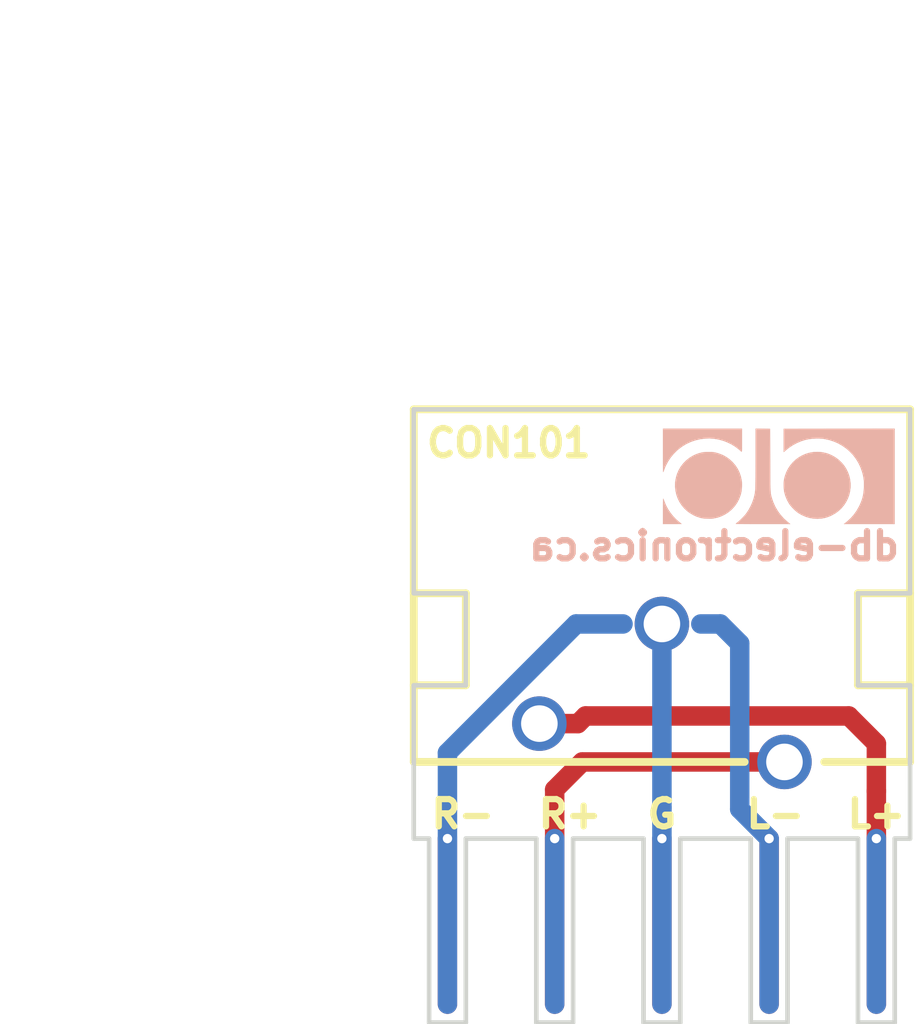
<source format=kicad_pcb>
(kicad_pcb (version 4) (host pcbnew 4.0.7)

  (general
    (links 0)
    (no_connects 0)
    (area 131.524999 107.224999 147.875001 127.375001)
    (thickness 1.6)
    (drawings 43)
    (tracks 35)
    (zones 0)
    (modules 2)
    (nets 4)
  )

  (page A4)
  (title_block
    (title "Phoenix Connector Audio Adapter")
    (date 2018-03-30)
    (rev 0.1)
    (company "db Electronics")
    (comment 1 "Licensed Under The CERN OHL v.1.2")
    (comment 2 https://github.com/db-electronics/phoenix-audio-adapter-kicad)
  )

  (layers
    (0 F.Cu signal)
    (31 B.Cu signal)
    (32 B.Adhes user)
    (33 F.Adhes user)
    (34 B.Paste user)
    (35 F.Paste user)
    (36 B.SilkS user)
    (37 F.SilkS user)
    (38 B.Mask user)
    (39 F.Mask user)
    (40 Dwgs.User user hide)
    (41 Cmts.User user)
    (42 Eco1.User user)
    (43 Eco2.User user)
    (44 Edge.Cuts user)
    (45 Margin user)
    (46 B.CrtYd user hide)
    (47 F.CrtYd user hide)
    (48 B.Fab user hide)
    (49 F.Fab user hide)
  )

  (setup
    (last_trace_width 0.635)
    (trace_clearance 0.1778)
    (zone_clearance 0.508)
    (zone_45_only no)
    (trace_min 0.1778)
    (segment_width 0.2)
    (edge_width 0.15)
    (via_size 0.6096)
    (via_drill 0.3048)
    (via_min_size 0.6096)
    (via_min_drill 0.3048)
    (uvia_size 0.3)
    (uvia_drill 0.1)
    (uvias_allowed no)
    (uvia_min_size 0)
    (uvia_min_drill 0)
    (pcb_text_width 0.3)
    (pcb_text_size 1.5 1.5)
    (mod_edge_width 0.15)
    (mod_text_size 1 1)
    (mod_text_width 0.15)
    (pad_size 1.524 1.524)
    (pad_drill 0.762)
    (pad_to_mask_clearance 0.2)
    (aux_axis_origin 0 0)
    (grid_origin 139.065 114.3)
    (visible_elements 7FFFFFFF)
    (pcbplotparams
      (layerselection 0x010f0_80000001)
      (usegerberextensions true)
      (excludeedgelayer true)
      (linewidth 0.100000)
      (plotframeref false)
      (viasonmask false)
      (mode 1)
      (useauxorigin true)
      (hpglpennumber 1)
      (hpglpenspeed 20)
      (hpglpendiameter 15)
      (hpglpenoverlay 2)
      (psnegative false)
      (psa4output false)
      (plotreference true)
      (plotvalue true)
      (plotinvisibletext false)
      (padsonsilk false)
      (subtractmaskfromsilk false)
      (outputformat 1)
      (mirror false)
      (drillshape 0)
      (scaleselection 1)
      (outputdirectory gerbers/0.1.1/))
  )

  (net 0 "")
  (net 1 GND)
  (net 2 /LEFT)
  (net 3 /RIGHT)

  (net_class Default "This is the default net class."
    (clearance 0.1778)
    (trace_width 0.635)
    (via_dia 0.6096)
    (via_drill 0.3048)
    (uvia_dia 0.3)
    (uvia_drill 0.1)
    (add_net /LEFT)
    (add_net /RIGHT)
    (add_net GND)
  )

  (module db-thparts:RCJ-2223 (layer F.Cu) (tedit 5ABD818D) (tstamp 5ABE594A)
    (at 139.7 107.3)
    (path /5ABE576C)
    (solder_mask_margin 0.1016)
    (fp_text reference CON101 (at -5 1.1) (layer F.SilkS)
      (effects (font (size 0.889 0.889) (thickness 0.2032)))
    )
    (fp_text value RCJ-2223 (at -4.6 -2.3) (layer F.Fab) hide
      (effects (font (size 0.889 0.889) (thickness 0.2032)))
    )
    (fp_line (start 8.1 11.5) (end 5.3 11.5) (layer F.SilkS) (width 0.254))
    (fp_line (start -8.1 11.5) (end 2.7 11.5) (layer F.SilkS) (width 0.254))
    (fp_line (start -6.4 6) (end -6.4 9) (layer F.SilkS) (width 0.254))
    (fp_line (start 6.4 6) (end 6.4 9) (layer F.SilkS) (width 0.254))
    (fp_line (start 8.1 9) (end 6.4 9) (layer F.SilkS) (width 0.254))
    (fp_line (start 8.1 6) (end 6.4 6) (layer F.SilkS) (width 0.254))
    (fp_line (start -8.1 9) (end -6.4 9) (layer F.SilkS) (width 0.254))
    (fp_line (start -8.1 6) (end -6.4 6) (layer F.SilkS) (width 0.254))
    (fp_line (start 8.1 0) (end 8.1 11.5) (layer F.SilkS) (width 0.254))
    (fp_line (start -8.1 0) (end -8.1 11.5) (layer F.SilkS) (width 0.254))
    (fp_line (start -8.1 0) (end 8.1 0) (layer F.SilkS) (width 0.254))
    (pad 1 thru_hole circle (at 0 7) (size 1.778 1.778) (drill 1.1938) (layers *.Cu *.Mask)
      (net 1 GND))
    (pad 2 thru_hole circle (at -4 10.25) (size 1.778 1.778) (drill 1.1938) (layers *.Cu *.Mask)
      (net 2 /LEFT))
    (pad 3 thru_hole circle (at 4 11.5) (size 1.778 1.778) (drill 1.1938) (layers *.Cu *.Mask)
      (net 3 /RIGHT))
  )

  (module db-artwork:db-logo_7.5mm (layer B.Cu) (tedit 0) (tstamp 5ABE6264)
    (at 143.5 109.5 180)
    (fp_text reference G*** (at 0 0 180) (layer B.SilkS) hide
      (effects (font (thickness 0.3)) (justify mirror))
    )
    (fp_text value LOGO (at 0.75 0 180) (layer B.SilkS) hide
      (effects (font (thickness 0.3)) (justify mirror))
    )
    (fp_poly (pts (xy -1.986796 1.564919) (xy -0.176508 1.562746) (xy -0.174265 1.186051) (xy -0.173907 1.107381)
      (xy -0.173788 1.03428) (xy -0.173895 0.968491) (xy -0.174215 0.911756) (xy -0.174736 0.865819)
      (xy -0.175445 0.832421) (xy -0.176328 0.813307) (xy -0.177028 0.809356) (xy -0.185216 0.814732)
      (xy -0.203022 0.829151) (xy -0.227343 0.85005) (xy -0.24158 0.862669) (xy -0.352584 0.951996)
      (xy -0.475603 1.032899) (xy -0.606747 1.103299) (xy -0.742125 1.161115) (xy -0.877849 1.204268)
      (xy -0.882823 1.205555) (xy -0.990833 1.228202) (xy -1.10705 1.243532) (xy -1.226221 1.251272)
      (xy -1.343089 1.251153) (xy -1.452401 1.242903) (xy -1.493864 1.237099) (xy -1.65457 1.202771)
      (xy -1.808228 1.15337) (xy -1.954018 1.089643) (xy -2.091116 1.012333) (xy -2.218701 0.922187)
      (xy -2.335951 0.81995) (xy -2.442044 0.706368) (xy -2.536157 0.582185) (xy -2.61747 0.448147)
      (xy -2.685159 0.305) (xy -2.738403 0.153489) (xy -2.754695 0.093804) (xy -2.772386 0.01705)
      (xy -2.784965 -0.054519) (xy -2.792918 -0.125906) (xy -2.796734 -0.202111) (xy -2.796902 -0.288136)
      (xy -2.795977 -0.329263) (xy -2.788278 -0.45976) (xy -2.772206 -0.579069) (xy -2.746659 -0.691611)
      (xy -2.710534 -0.801809) (xy -2.662729 -0.914085) (xy -2.637043 -0.9666) (xy -2.560425 -1.102283)
      (xy -2.473934 -1.22547) (xy -2.375576 -1.338595) (xy -2.263359 -1.444092) (xy -2.210097 -1.487916)
      (xy -2.142804 -1.54122) (xy -3.797084 -1.54122) (xy -3.797084 1.567091) (xy -1.986796 1.564919)) (layer B.SilkS) (width 0.01))
    (fp_poly (pts (xy 0.740475 0.616678) (xy 0.7405 0.459865) (xy 0.740597 0.319208) (xy 0.740797 0.193639)
      (xy 0.741131 0.082094) (xy 0.74163 -0.016493) (xy 0.742326 -0.103187) (xy 0.74325 -0.179054)
      (xy 0.744434 -0.245159) (xy 0.745909 -0.302569) (xy 0.747705 -0.352348) (xy 0.749855 -0.395562)
      (xy 0.75239 -0.433277) (xy 0.75534 -0.466558) (xy 0.758738 -0.496471) (xy 0.762615 -0.524081)
      (xy 0.767001 -0.550454) (xy 0.771929 -0.576655) (xy 0.776162 -0.597626) (xy 0.808071 -0.720723)
      (xy 0.852772 -0.846031) (xy 0.908262 -0.969321) (xy 0.972537 -1.086363) (xy 1.043594 -1.192926)
      (xy 1.080616 -1.240442) (xy 1.116159 -1.281047) (xy 1.160259 -1.327628) (xy 1.208455 -1.375771)
      (xy 1.256285 -1.421063) (xy 1.29929 -1.459091) (xy 1.313051 -1.47041) (xy 1.341611 -1.4934)
      (xy 1.366071 -1.513323) (xy 1.382514 -1.52698) (xy 1.38593 -1.529937) (xy 1.385551 -1.53179)
      (xy 1.379458 -1.533437) (xy 1.366783 -1.53489) (xy 1.346657 -1.53616) (xy 1.318214 -1.537257)
      (xy 1.280584 -1.538193) (xy 1.232901 -1.53898) (xy 1.174296 -1.539627) (xy 1.103902 -1.540147)
      (xy 1.020851 -1.54055) (xy 0.924275 -1.540847) (xy 0.813306 -1.541051) (xy 0.687076 -1.54117)
      (xy 0.544718 -1.541218) (xy 0.505252 -1.54122) (xy -0.388034 -1.54122) (xy -0.30236 -1.472307)
      (xy -0.182755 -1.365154) (xy -0.075264 -1.246242) (xy 0.019268 -1.11683) (xy 0.099995 -0.978182)
      (xy 0.166073 -0.831558) (xy 0.206973 -0.712218) (xy 0.214978 -0.685563) (xy 0.222158 -0.661645)
      (xy 0.228563 -0.639433) (xy 0.23424 -0.6179) (xy 0.239239 -0.596016) (xy 0.243608 -0.572753)
      (xy 0.247397 -0.547081) (xy 0.250655 -0.517972) (xy 0.25343 -0.484396) (xy 0.255772 -0.445326)
      (xy 0.257728 -0.399731) (xy 0.259349 -0.346584) (xy 0.260682 -0.284854) (xy 0.261777 -0.213514)
      (xy 0.262683 -0.131535) (xy 0.263449 -0.037887) (xy 0.264123 0.068458) (xy 0.264754 0.18853)
      (xy 0.265392 0.323356) (xy 0.266084 0.473967) (xy 0.266384 0.538136) (xy 0.271221 1.562746)
      (xy 0.740475 1.567328) (xy 0.740475 0.616678)) (layer B.SilkS) (width 0.01))
    (fp_poly (pts (xy 3.757476 -0.723184) (xy 3.75868 -0.747021) (xy 3.759771 -0.784754) (xy 3.760725 -0.83472)
      (xy 3.761516 -0.895257) (xy 3.762116 -0.964701) (xy 3.762501 -1.041391) (xy 3.762644 -1.123665)
      (xy 3.762644 -1.54122) (xy 3.461288 -1.54122) (xy 3.391189 -1.54114) (xy 3.326865 -1.540912)
      (xy 3.270265 -1.540556) (xy 3.223337 -1.54009) (xy 3.188029 -1.539532) (xy 3.166291 -1.538903)
      (xy 3.159932 -1.538308) (xy 3.166291 -1.532168) (xy 3.183456 -1.517898) (xy 3.208563 -1.497837)
      (xy 3.229703 -1.481314) (xy 3.334247 -1.391147) (xy 3.432199 -1.288664) (xy 3.521537 -1.176688)
      (xy 3.600238 -1.058041) (xy 3.666277 -0.935547) (xy 3.717631 -0.812028) (xy 3.725048 -0.790243)
      (xy 3.736507 -0.757352) (xy 3.746667 -0.731724) (xy 3.754013 -0.717018) (xy 3.756187 -0.714904)
      (xy 3.757476 -0.723184)) (layer B.SilkS) (width 0.01))
    (fp_poly (pts (xy -1.147395 0.803944) (xy -1.020205 0.782443) (xy -0.897654 0.746492) (xy -0.780832 0.696782)
      (xy -0.670831 0.634005) (xy -0.56874 0.558852) (xy -0.475652 0.472016) (xy -0.392656 0.374189)
      (xy -0.320845 0.266062) (xy -0.261308 0.148327) (xy -0.215136 0.021676) (xy -0.188455 -0.086102)
      (xy -0.182362 -0.13053) (xy -0.178566 -0.187235) (xy -0.177015 -0.251434) (xy -0.177657 -0.318343)
      (xy -0.180439 -0.38318) (xy -0.185309 -0.441163) (xy -0.192214 -0.487508) (xy -0.192898 -0.49078)
      (xy -0.230777 -0.62666) (xy -0.284347 -0.756275) (xy -0.352935 -0.878037) (xy -0.36443 -0.895457)
      (xy -0.399661 -0.942287) (xy -0.445164 -0.994664) (xy -0.496947 -1.048609) (xy -0.551017 -1.100139)
      (xy -0.603383 -1.145274) (xy -0.649266 -1.179508) (xy -0.766511 -1.247912) (xy -0.890454 -1.301484)
      (xy -1.019236 -1.339805) (xy -1.150999 -1.362455) (xy -1.283886 -1.369016) (xy -1.416038 -1.359067)
      (xy -1.433593 -1.356457) (xy -1.527842 -1.337717) (xy -1.616207 -1.311364) (xy -1.705811 -1.27512)
      (xy -1.743559 -1.257361) (xy -1.861062 -1.191109) (xy -1.966944 -1.113195) (xy -2.06088 -1.024901)
      (xy -2.142546 -0.92751) (xy -2.211615 -0.822307) (xy -2.267763 -0.710574) (xy -2.310665 -0.593594)
      (xy -2.339995 -0.472652) (xy -2.355429 -0.34903) (xy -2.356642 -0.224011) (xy -2.343307 -0.098879)
      (xy -2.315102 0.025082) (xy -2.271699 0.14659) (xy -2.212774 0.264362) (xy -2.15259 0.357322)
      (xy -2.071526 0.456049) (xy -1.977971 0.545643) (xy -1.874347 0.624438) (xy -1.763075 0.690769)
      (xy -1.646575 0.74297) (xy -1.545889 0.774822) (xy -1.411328 0.800825) (xy -1.278133 0.810302)
      (xy -1.147395 0.803944)) (layer B.SilkS) (width 0.01))
    (fp_poly (pts (xy 2.33831 0.804099) (xy 2.385779 0.803057) (xy 2.423564 0.800999) (xy 2.455428 0.797611)
      (xy 2.485139 0.792582) (xy 2.516461 0.785597) (xy 2.52278 0.784054) (xy 2.606119 0.761042)
      (xy 2.680428 0.734613) (xy 2.753896 0.701673) (xy 2.791455 0.682542) (xy 2.90587 0.612843)
      (xy 3.009759 0.530206) (xy 3.102247 0.435955) (xy 3.182458 0.331417) (xy 3.249516 0.217916)
      (xy 3.302545 0.096777) (xy 3.340668 -0.030675) (xy 3.363011 -0.163115) (xy 3.365099 -0.185118)
      (xy 3.368258 -0.320962) (xy 3.355016 -0.454169) (xy 3.326002 -0.583426) (xy 3.281845 -0.70742)
      (xy 3.223172 -0.824839) (xy 3.150614 -0.934368) (xy 3.064798 -1.034696) (xy 2.966353 -1.124508)
      (xy 2.887925 -1.181978) (xy 2.779906 -1.246609) (xy 2.670798 -1.2966) (xy 2.555594 -1.33408)
      (xy 2.496949 -1.34819) (xy 2.466507 -1.353062) (xy 2.424391 -1.357498) (xy 2.374767 -1.3613)
      (xy 2.321796 -1.364271) (xy 2.269642 -1.366212) (xy 2.222469 -1.366927) (xy 2.184439 -1.366217)
      (xy 2.161153 -1.364143) (xy 2.141777 -1.36095) (xy 2.111964 -1.356122) (xy 2.079356 -1.350894)
      (xy 1.970166 -1.325786) (xy 1.859608 -1.285879) (xy 1.751068 -1.232923) (xy 1.647934 -1.168669)
      (xy 1.553592 -1.09487) (xy 1.514948 -1.059051) (xy 1.423124 -0.957671) (xy 1.345994 -0.847684)
      (xy 1.283241 -0.728526) (xy 1.234549 -0.599636) (xy 1.21385 -0.52522) (xy 1.2036 -0.471039)
      (xy 1.19591 -0.405212) (xy 1.191017 -0.33316) (xy 1.189164 -0.260301) (xy 1.190588 -0.192053)
      (xy 1.195531 -0.133836) (xy 1.196277 -0.128432) (xy 1.22421 0.007295) (xy 1.267609 0.135709)
      (xy 1.326232 0.256317) (xy 1.39984 0.36863) (xy 1.488194 0.472158) (xy 1.491585 0.475651)
      (xy 1.590058 0.566497) (xy 1.694215 0.642198) (xy 1.806183 0.703977) (xy 1.928086 0.753058)
      (xy 2.021437 0.780767) (xy 2.05554 0.789271) (xy 2.084829 0.795478) (xy 2.113116 0.799743)
      (xy 2.144211 0.802416) (xy 2.181926 0.80385) (xy 2.230072 0.804398) (xy 2.27739 0.804436)
      (xy 2.33831 0.804099)) (layer B.SilkS) (width 0.01))
    (fp_poly (pts (xy 3.762644 0.861017) (xy 3.76259 0.75242) (xy 3.762432 0.648923) (xy 3.762179 0.551799)
      (xy 3.76184 0.46232) (xy 3.761421 0.38176) (xy 3.760933 0.311391) (xy 3.760382 0.252488)
      (xy 3.759777 0.206321) (xy 3.759127 0.174166) (xy 3.75844 0.157294) (xy 3.758069 0.154983)
      (xy 3.751478 0.161684) (xy 3.74971 0.165746) (xy 3.729331 0.223164) (xy 3.712993 0.267768)
      (xy 3.699328 0.303094) (xy 3.686967 0.332677) (xy 3.674541 0.360051) (xy 3.674284 0.360597)
      (xy 3.600053 0.499959) (xy 3.513126 0.630689) (xy 3.415096 0.750687) (xy 3.307559 0.857854)
      (xy 3.27617 0.8851) (xy 3.14623 0.984204) (xy 3.010591 1.067462) (xy 2.868441 1.135205)
      (xy 2.718971 1.187765) (xy 2.561371 1.225474) (xy 2.394833 1.248665) (xy 2.388262 1.24927)
      (xy 2.245841 1.253965) (xy 2.099867 1.243272) (xy 1.952947 1.21788) (xy 1.80769 1.178481)
      (xy 1.666705 1.125765) (xy 1.5326 1.060423) (xy 1.423418 0.993749) (xy 1.384032 0.966022)
      (xy 1.341373 0.93422) (xy 1.299335 0.901413) (xy 1.26181 0.870674) (xy 1.232692 0.845076)
      (xy 1.222644 0.835311) (xy 1.214471 0.826791) (xy 1.207703 0.820488) (xy 1.202207 0.817753)
      (xy 1.197852 0.819936) (xy 1.194506 0.828389) (xy 1.192035 0.844463) (xy 1.190308 0.869508)
      (xy 1.189193 0.904874) (xy 1.188557 0.951915) (xy 1.188268 1.011979) (xy 1.188195 1.086417)
      (xy 1.188203 1.176582) (xy 1.188204 1.187149) (xy 1.188204 1.567051) (xy 3.762644 1.567051)
      (xy 3.762644 0.861017)) (layer B.SilkS) (width 0.01))
  )

  (dimension 16.51 (width 0.3) (layer B.Mask)
    (gr_text "16.510 mm" (at 139.7 95.805) (layer B.Mask)
      (effects (font (size 1.5 1.5) (thickness 0.3)))
    )
    (feature1 (pts (xy 147.955 101.6) (xy 147.955 94.455)))
    (feature2 (pts (xy 131.445 101.6) (xy 131.445 94.455)))
    (crossbar (pts (xy 131.445 97.155) (xy 147.955 97.155)))
    (arrow1a (pts (xy 147.955 97.155) (xy 146.828496 97.741421)))
    (arrow1b (pts (xy 147.955 97.155) (xy 146.828496 96.568579)))
    (arrow2a (pts (xy 131.445 97.155) (xy 132.571504 97.741421)))
    (arrow2b (pts (xy 131.445 97.155) (xy 132.571504 96.568579)))
  )
  (dimension 19.685 (width 0.3) (layer B.Mask)
    (gr_text "19.685 mm" (at 124.38 117.1575 270) (layer B.Mask)
      (effects (font (size 1.5 1.5) (thickness 0.3)))
    )
    (feature1 (pts (xy 131.445 127) (xy 123.03 127)))
    (feature2 (pts (xy 131.445 107.315) (xy 123.03 107.315)))
    (crossbar (pts (xy 125.73 107.315) (xy 125.73 127)))
    (arrow1a (pts (xy 125.73 127) (xy 125.143579 125.873496)))
    (arrow1b (pts (xy 125.73 127) (xy 126.316421 125.873496)))
    (arrow2a (pts (xy 125.73 107.315) (xy 125.143579 108.441504)))
    (arrow2b (pts (xy 125.73 107.315) (xy 126.316421 108.441504)))
  )
  (gr_line (start 138.43 114.3) (end 140.97 114.3) (layer B.Mask) (width 1))
  (gr_text db-electronics.ca (at 141.4 111.76) (layer B.SilkS) (tstamp 5ABE627E)
    (effects (font (size 0.889 0.889) (thickness 0.2032)) (justify mirror))
  )
  (gr_text L+ (at 146.7 120.5) (layer F.SilkS) (tstamp 5ABE5D7B)
    (effects (font (size 0.889 0.889) (thickness 0.2032)))
  )
  (gr_text L- (at 143.4 120.5) (layer F.SilkS) (tstamp 5ABE5D6D)
    (effects (font (size 0.889 0.889) (thickness 0.2032)))
  )
  (gr_text G (at 139.7 120.5) (layer F.SilkS) (tstamp 5ABE5D60)
    (effects (font (size 0.889 0.889) (thickness 0.2032)))
  )
  (gr_text R+ (at 136.7 120.5) (layer F.SilkS) (tstamp 5ABE5D50)
    (effects (font (size 0.889 0.889) (thickness 0.2032)))
  )
  (gr_text R- (at 133.2 120.5) (layer F.SilkS)
    (effects (font (size 0.889 0.889) (thickness 0.2032)))
  )
  (gr_line (start 147.3 121.3) (end 147.8 121.3) (layer Edge.Cuts) (width 0.15))
  (gr_line (start 143.8 121.3) (end 146.1 121.3) (layer Edge.Cuts) (width 0.15))
  (gr_line (start 140.3 121.3) (end 142.6 121.3) (layer Edge.Cuts) (width 0.15))
  (gr_line (start 136.8 121.3) (end 139.1 121.3) (layer Edge.Cuts) (width 0.15))
  (gr_line (start 133.3 121.3) (end 135.6 121.3) (layer Edge.Cuts) (width 0.15))
  (gr_line (start 131.6 121.3) (end 132.1 121.3) (layer Edge.Cuts) (width 0.15))
  (gr_line (start 142.6 127.3) (end 143.8 127.3) (layer Edge.Cuts) (width 0.15) (tstamp 5ABE5C7D))
  (gr_line (start 143.8 127.3) (end 143.8 121.3) (layer Edge.Cuts) (width 0.15) (tstamp 5ABE5C7C))
  (gr_line (start 147.3 127.3) (end 147.3 121.3) (layer Edge.Cuts) (width 0.15) (tstamp 5ABE5C7B))
  (gr_line (start 146.1 121.3) (end 146.1 127.3) (layer Edge.Cuts) (width 0.15) (tstamp 5ABE5C7A))
  (gr_line (start 146.1 127.3) (end 147.3 127.3) (layer Edge.Cuts) (width 0.15) (tstamp 5ABE5C79))
  (gr_line (start 142.6 121.3) (end 142.6 127.3) (layer Edge.Cuts) (width 0.15) (tstamp 5ABE5C78))
  (gr_line (start 133.3 127.3) (end 133.3 121.3) (layer Edge.Cuts) (width 0.15) (tstamp 5ABE5B1F))
  (gr_line (start 132.1 127.3) (end 133.3 127.3) (layer Edge.Cuts) (width 0.15) (tstamp 5ABE5B1E))
  (gr_line (start 132.1 121.3) (end 132.1 127.3) (layer Edge.Cuts) (width 0.15) (tstamp 5ABE5B1D))
  (gr_line (start 136.8 127.3) (end 136.8 121.3) (layer Edge.Cuts) (width 0.15) (tstamp 5ABE5B0C))
  (gr_line (start 135.6 127.3) (end 136.8 127.3) (layer Edge.Cuts) (width 0.15) (tstamp 5ABE5B0B))
  (gr_line (start 135.6 121.3) (end 135.6 127.3) (layer Edge.Cuts) (width 0.15) (tstamp 5ABE5B0A))
  (gr_line (start 140.3 127.3) (end 140.3 121.3) (layer Edge.Cuts) (width 0.15))
  (gr_line (start 139.1 127.3) (end 140.3 127.3) (layer Edge.Cuts) (width 0.15))
  (gr_line (start 139.1 121.3) (end 139.1 127.3) (layer Edge.Cuts) (width 0.15))
  (gr_line (start 147.8 118.8) (end 147.8 121.3) (layer Edge.Cuts) (width 0.15))
  (gr_line (start 147.8 116.3) (end 147.8 118.8) (layer Edge.Cuts) (width 0.15))
  (gr_line (start 146.1 116.3) (end 147.8 116.3) (layer Edge.Cuts) (width 0.15))
  (gr_line (start 146.1 113.3) (end 146.1 116.3) (layer Edge.Cuts) (width 0.15))
  (gr_line (start 147.8 113.3) (end 146.1 113.3) (layer Edge.Cuts) (width 0.15))
  (gr_line (start 147.8 107.3) (end 147.8 113.3) (layer Edge.Cuts) (width 0.15))
  (gr_line (start 131.6 107.3) (end 147.8 107.3) (layer Edge.Cuts) (width 0.15))
  (gr_line (start 131.6 118.8) (end 131.6 121.3) (layer Edge.Cuts) (width 0.15))
  (gr_line (start 131.6 116.3) (end 131.6 118.8) (layer Edge.Cuts) (width 0.15))
  (gr_line (start 133.3 116.3) (end 131.6 116.3) (layer Edge.Cuts) (width 0.15))
  (gr_line (start 133.3 113.3) (end 133.3 116.3) (layer Edge.Cuts) (width 0.15))
  (gr_line (start 131.6 113.3) (end 133.3 113.3) (layer Edge.Cuts) (width 0.15))
  (gr_line (start 131.6 107.3) (end 131.6 113.3) (layer Edge.Cuts) (width 0.15))

  (segment (start 141.605 114.3) (end 140.97 114.3) (width 0.635) (layer B.Cu) (net 1))
  (segment (start 142.24 114.935) (end 141.605 114.3) (width 0.635) (layer B.Cu) (net 1))
  (segment (start 142.24 120.34) (end 142.24 114.935) (width 0.635) (layer B.Cu) (net 1))
  (segment (start 136.901234 114.3) (end 138.43 114.3) (width 0.635) (layer B.Cu) (net 1))
  (segment (start 143.2 121.3) (end 142.24 120.34) (width 0.635) (layer B.Cu) (net 1))
  (segment (start 136.901234 114.3) (end 132.7 118.501234) (width 0.635) (layer B.Cu) (net 1))
  (segment (start 132.7 118.501234) (end 132.7 121.3) (width 0.635) (layer B.Cu) (net 1))
  (segment (start 143.2 121.3) (end 143.2 126.7) (width 0.635) (layer F.Cu) (net 1))
  (segment (start 143.2 121.3) (end 143.2 126.7) (width 0.635) (layer B.Cu) (net 1))
  (via (at 143.2 121.3) (size 0.6096) (drill 0.3048) (layers F.Cu B.Cu) (net 1))
  (segment (start 139.7 121.3) (end 139.7 126.7) (width 0.635) (layer F.Cu) (net 1))
  (segment (start 139.7 121.3) (end 139.7 126.7) (width 0.635) (layer B.Cu) (net 1))
  (segment (start 139.7 120.3) (end 139.7 121.3) (width 0.635) (layer B.Cu) (net 1))
  (via (at 139.7 121.3) (size 0.6096) (drill 0.3048) (layers F.Cu B.Cu) (net 1))
  (segment (start 132.7 121.3) (end 132.7 126.7) (width 0.635) (layer F.Cu) (net 1))
  (segment (start 132.7 121.3) (end 132.7 126.7) (width 0.635) (layer B.Cu) (net 1))
  (via (at 132.7 121.3) (size 0.6096) (drill 0.3048) (layers F.Cu B.Cu) (net 1))
  (segment (start 139.7 114.3) (end 139.7 119.1) (width 0.635) (layer B.Cu) (net 1) (status 10))
  (segment (start 139.7 119.1) (end 139.7 120.3) (width 0.635) (layer B.Cu) (net 1))
  (segment (start 135.7 117.55) (end 136.957235 117.55) (width 0.635) (layer F.Cu) (net 2) (status 10))
  (segment (start 136.957235 117.55) (end 137.207235 117.3) (width 0.635) (layer F.Cu) (net 2))
  (segment (start 146.7 118.2) (end 146.7 119.751234) (width 0.635) (layer F.Cu) (net 2))
  (segment (start 137.207235 117.3) (end 145.8 117.3) (width 0.635) (layer F.Cu) (net 2))
  (segment (start 145.8 117.3) (end 146.7 118.2) (width 0.635) (layer F.Cu) (net 2))
  (segment (start 146.7 119.751234) (end 146.7 121.3) (width 0.635) (layer F.Cu) (net 2))
  (segment (start 146.7 121.3) (end 146.7 126.7) (width 0.635) (layer B.Cu) (net 2))
  (segment (start 146.7 126.7) (end 146.7 121.3) (width 0.635) (layer F.Cu) (net 2))
  (via (at 146.7 121.3) (size 0.6096) (drill 0.3048) (layers F.Cu B.Cu) (net 2))
  (segment (start 136.2 121.3) (end 136.2 126.7) (width 0.635) (layer B.Cu) (net 3))
  (segment (start 136.2 121.3) (end 136.2 126.7) (width 0.635) (layer F.Cu) (net 3))
  (segment (start 136.2 119.7) (end 136.2 121.3) (width 0.635) (layer F.Cu) (net 3))
  (via (at 136.2 121.3) (size 0.6096) (drill 0.3048) (layers F.Cu B.Cu) (net 3))
  (segment (start 137.1 118.8) (end 136.2 119.7) (width 0.635) (layer F.Cu) (net 3))
  (segment (start 142.442765 118.8) (end 137.1 118.8) (width 0.635) (layer F.Cu) (net 3))
  (segment (start 143.7 118.8) (end 142.442765 118.8) (width 0.635) (layer F.Cu) (net 3) (status 10))

  (zone (net 0) (net_name "") (layer F.Mask) (tstamp 0) (hatch edge 0.508)
    (connect_pads (clearance 0.508))
    (min_thickness 0.254)
    (fill yes (arc_segments 16) (thermal_gap 0.508) (thermal_bridge_width 0.508))
    (polygon
      (pts
        (xy 132.1 122.3) (xy 132.1 127.3) (xy 133.3 127.3) (xy 133.3 122.3)
      )
    )
    (filled_polygon
      (pts
        (xy 133.173 127.173) (xy 132.227 127.173) (xy 132.227 122.427) (xy 133.173 122.427)
      )
    )
  )
  (zone (net 0) (net_name "") (layer F.Mask) (tstamp 0) (hatch edge 0.508)
    (connect_pads (clearance 0.508))
    (min_thickness 0.254)
    (fill yes (arc_segments 16) (thermal_gap 0.508) (thermal_bridge_width 0.508))
    (polygon
      (pts
        (xy 135.6 122.3) (xy 135.6 127.3) (xy 136.8 127.3) (xy 136.8 122.3)
      )
    )
    (filled_polygon
      (pts
        (xy 136.673 127.173) (xy 135.727 127.173) (xy 135.727 122.427) (xy 136.673 122.427)
      )
    )
  )
  (zone (net 0) (net_name "") (layer F.Mask) (tstamp 0) (hatch edge 0.508)
    (connect_pads (clearance 0.508))
    (min_thickness 0.254)
    (fill yes (arc_segments 16) (thermal_gap 0.508) (thermal_bridge_width 0.508))
    (polygon
      (pts
        (xy 139.1 122.3) (xy 139.1 127.3) (xy 140.3 127.3) (xy 140.3 122.3)
      )
    )
    (filled_polygon
      (pts
        (xy 140.173 127.173) (xy 139.227 127.173) (xy 139.227 122.427) (xy 140.173 122.427)
      )
    )
  )
  (zone (net 0) (net_name "") (layer F.Mask) (tstamp 0) (hatch edge 0.508)
    (connect_pads (clearance 0.508))
    (min_thickness 0.254)
    (fill yes (arc_segments 16) (thermal_gap 0.508) (thermal_bridge_width 0.508))
    (polygon
      (pts
        (xy 142.6 122.3) (xy 142.6 127.3) (xy 143.8 127.3) (xy 143.8 122.3)
      )
    )
    (filled_polygon
      (pts
        (xy 143.673 127.173) (xy 142.727 127.173) (xy 142.727 122.427) (xy 143.673 122.427)
      )
    )
  )
  (zone (net 0) (net_name "") (layer F.Mask) (tstamp 0) (hatch edge 0.508)
    (connect_pads (clearance 0.508))
    (min_thickness 0.254)
    (fill yes (arc_segments 16) (thermal_gap 0.508) (thermal_bridge_width 0.508))
    (polygon
      (pts
        (xy 146.1 122.3) (xy 146.1 127.3) (xy 147.3 127.3) (xy 147.3 122.3)
      )
    )
    (filled_polygon
      (pts
        (xy 147.173 127.173) (xy 146.227 127.173) (xy 146.227 122.427) (xy 147.173 122.427)
      )
    )
  )
  (zone (net 0) (net_name "") (layer B.Mask) (tstamp 0) (hatch edge 0.508)
    (connect_pads (clearance 0.508))
    (min_thickness 0.254)
    (fill yes (arc_segments 16) (thermal_gap 0.508) (thermal_bridge_width 0.508))
    (polygon
      (pts
        (xy 132.1 122.3) (xy 132.1 127.3) (xy 133.3 127.3) (xy 133.3 122.3)
      )
    )
    (filled_polygon
      (pts
        (xy 133.173 127.173) (xy 132.227 127.173) (xy 132.227 122.427) (xy 133.173 122.427)
      )
    )
  )
  (zone (net 0) (net_name "") (layer B.Mask) (tstamp 0) (hatch edge 0.508)
    (connect_pads (clearance 0.508))
    (min_thickness 0.254)
    (fill yes (arc_segments 16) (thermal_gap 0.508) (thermal_bridge_width 0.508))
    (polygon
      (pts
        (xy 135.6 122.3) (xy 135.6 127.3) (xy 136.8 127.3) (xy 136.8 122.3)
      )
    )
    (filled_polygon
      (pts
        (xy 136.673 127.173) (xy 135.727 127.173) (xy 135.727 122.427) (xy 136.673 122.427)
      )
    )
  )
  (zone (net 0) (net_name "") (layer B.Mask) (tstamp 0) (hatch edge 0.508)
    (connect_pads (clearance 0.508))
    (min_thickness 0.254)
    (fill yes (arc_segments 16) (thermal_gap 0.508) (thermal_bridge_width 0.508))
    (polygon
      (pts
        (xy 139.1 122.3) (xy 139.1 127.3) (xy 140.3 127.3) (xy 140.3 122.3)
      )
    )
    (filled_polygon
      (pts
        (xy 140.173 127.173) (xy 139.227 127.173) (xy 139.227 122.427) (xy 140.173 122.427)
      )
    )
  )
  (zone (net 0) (net_name "") (layer B.Mask) (tstamp 0) (hatch edge 0.508)
    (connect_pads (clearance 0.508))
    (min_thickness 0.254)
    (fill yes (arc_segments 16) (thermal_gap 0.508) (thermal_bridge_width 0.508))
    (polygon
      (pts
        (xy 142.6 122.3) (xy 142.6 127.3) (xy 143.8 127.3) (xy 143.8 122.3)
      )
    )
    (filled_polygon
      (pts
        (xy 143.673 127.173) (xy 142.727 127.173) (xy 142.727 122.427) (xy 143.673 122.427)
      )
    )
  )
  (zone (net 0) (net_name "") (layer B.Mask) (tstamp 0) (hatch edge 0.508)
    (connect_pads (clearance 0.508))
    (min_thickness 0.254)
    (fill yes (arc_segments 16) (thermal_gap 0.508) (thermal_bridge_width 0.508))
    (polygon
      (pts
        (xy 146.1 122.3) (xy 146.1 127.3) (xy 147.3 127.3) (xy 147.3 122.3)
      )
    )
    (filled_polygon
      (pts
        (xy 147.173 127.173) (xy 146.227 127.173) (xy 146.227 122.427) (xy 147.173 122.427)
      )
    )
  )
)

</source>
